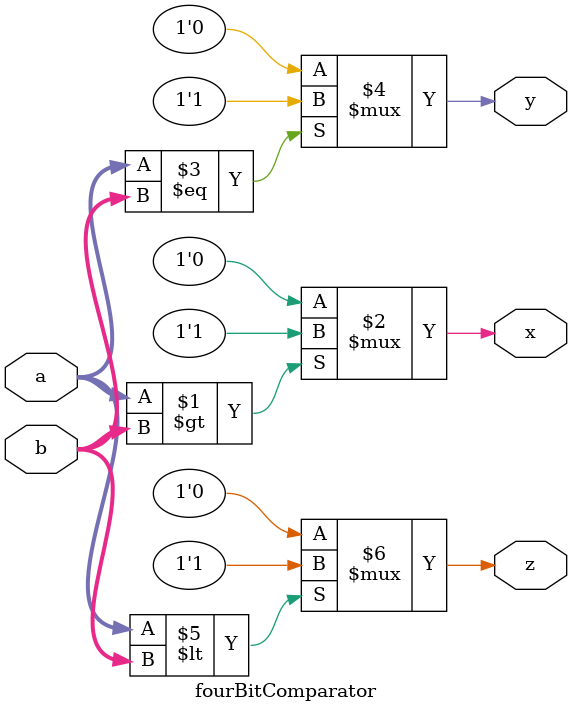
<source format=v>
`timescale 1ns / 1ps


module fourBitComparator(
    input wire [3:0] a,b,
    output wire x,y,z
    );
    
    assign x = (a > b) ? 1'b1 : 1'b0;
    assign y = (a == b) ? 1'b1 : 1'b0;
    assign z = (a < b) ? 1'b1 : 1'b0;
endmodule

</source>
